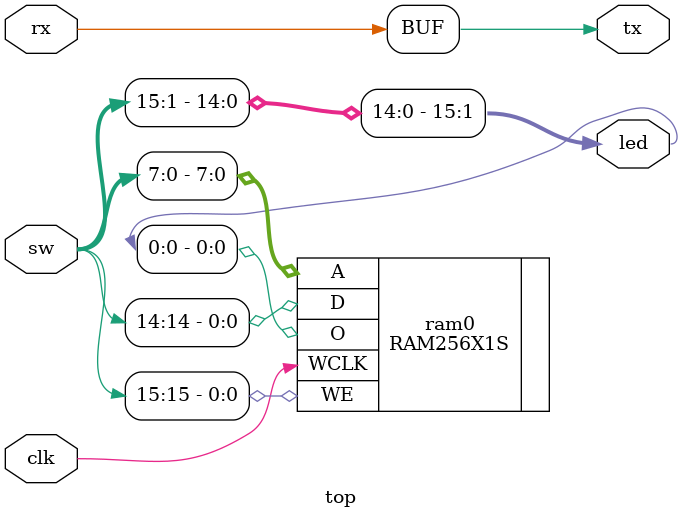
<source format=v>
module top (
    input  wire clk,

    input  wire rx,
    output wire tx,

    input  wire [15:0] sw,
    output wire [15:0] led
);
    RAM256X1S #(
        .INIT(128'b10)
    ) ram0 (
        .WCLK   (clk),
        .A      (sw[7:0]),
        .O      (led[0]),
        .D      (sw[14]),
        .WE     (sw[15])
    );

    assign led[15:1] = sw[15:1];
    assign tx = rx;

endmodule

</source>
